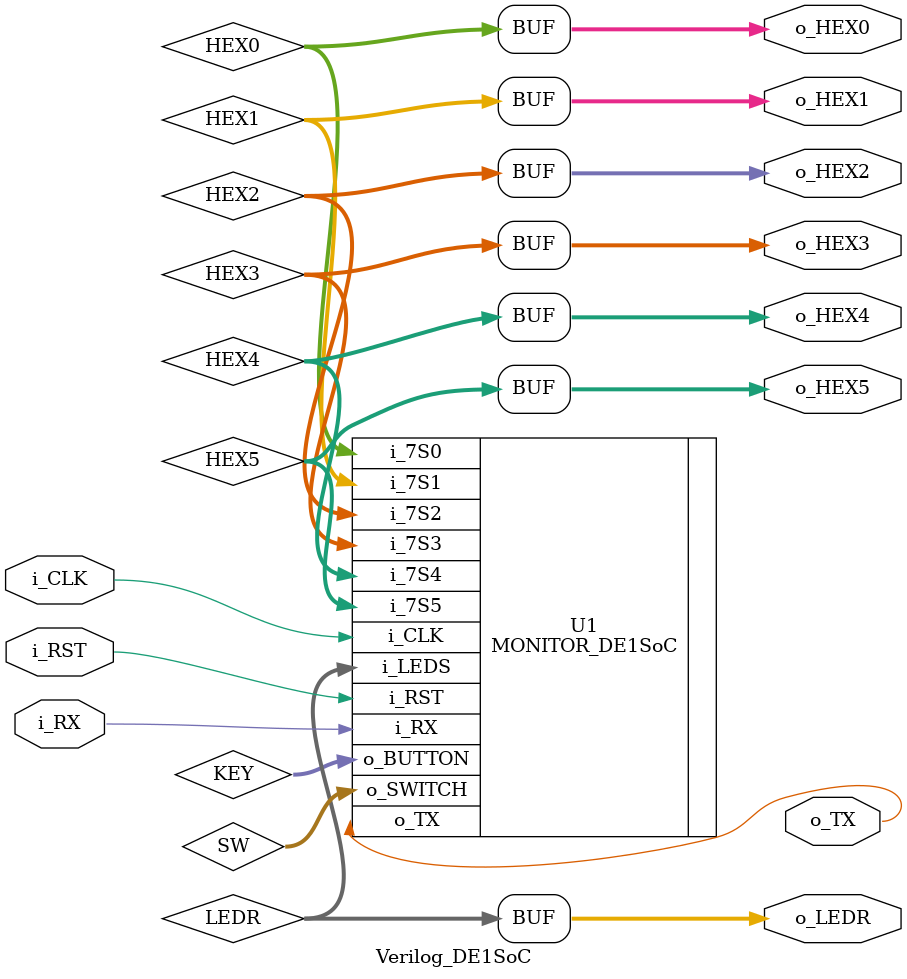
<source format=v>
module Verilog_DE1SoC (
    input i_RX,
    input i_CLK,
    input i_RST,
    output o_TX,
    output [9:0] o_LEDR,
    output [6:0] o_HEX5,
    output [6:0] o_HEX4,
    output [6:0] o_HEX3,
    output [6:0] o_HEX2,
    output [6:0] o_HEX1,
    output [6:0] o_HEX0
);

wire w_CLK;
wire w_LOCKED;
wire w_PLLRST;
wire [9:0] LEDR;
wire [6:0] HEX5;
wire [6:0] HEX4;
wire [6:0] HEX3;
wire [6:0] HEX2;
wire [6:0] HEX1;
wire [6:0] HEX0;
wire [9:0] SW;
wire [3:0] KEY;

assign o_LEDR = LEDR;
assign o_HEX5 = HEX5;
assign o_HEX4 = HEX4;
assign o_HEX3 = HEX3;
assign o_HEX2 = HEX2;
assign o_HEX1 = HEX1;
assign o_HEX0 = HEX0;

MONITOR_DE1SoC #(
    .baud(9600),
    .clock(50000000)
) U1 (
    .i_CLK(i_CLK),
    .i_RX(i_RX),
    .i_RST(i_RST),
    .i_LEDS(LEDR),
    .i_7S5(HEX5),
    .i_7S4(HEX4),
    .i_7S3(HEX3),
    .i_7S2(HEX2),
    .i_7S1(HEX1),
    .i_7S0(HEX0),
    .o_SWITCH(SW),
    .o_BUTTON(KEY),
    .o_TX(o_TX)
);

// Implement your logic inside this region


// End of logic implementation region

endmodule
</source>
